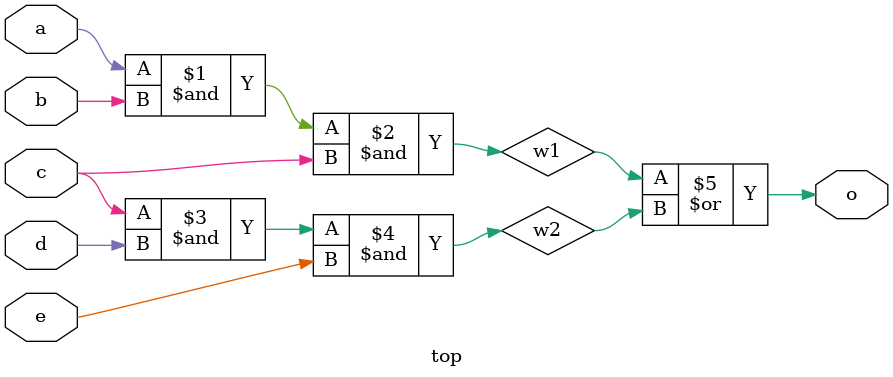
<source format=v>
module top(o, a, b, c, d, e);
output o;
input a, b, c, d, e;
wire w1, w2;
and g1(w1, a, b, c);
and g2(w2, c, d, e);
or  g3(o, w1, w2);
endmodule
</source>
